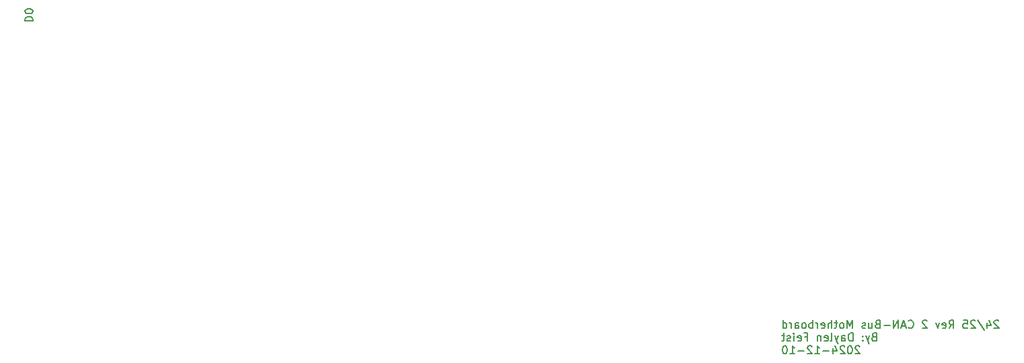
<source format=gbr>
%TF.GenerationSoftware,KiCad,Pcbnew,7.0.8*%
%TF.CreationDate,2024-12-10T03:26:12-06:00*%
%TF.ProjectId,CANBOARD_REV2,43414e42-4f41-4524-945f-524556322e6b,rev?*%
%TF.SameCoordinates,Original*%
%TF.FileFunction,Legend,Bot*%
%TF.FilePolarity,Positive*%
%FSLAX46Y46*%
G04 Gerber Fmt 4.6, Leading zero omitted, Abs format (unit mm)*
G04 Created by KiCad (PCBNEW 7.0.8) date 2024-12-10 03:26:12*
%MOMM*%
%LPD*%
G01*
G04 APERTURE LIST*
%ADD10C,0.150000*%
G04 APERTURE END LIST*
D10*
X253514639Y-110050057D02*
X253467020Y-110002438D01*
X253467020Y-110002438D02*
X253371782Y-109954819D01*
X253371782Y-109954819D02*
X253133687Y-109954819D01*
X253133687Y-109954819D02*
X253038449Y-110002438D01*
X253038449Y-110002438D02*
X252990830Y-110050057D01*
X252990830Y-110050057D02*
X252943211Y-110145295D01*
X252943211Y-110145295D02*
X252943211Y-110240533D01*
X252943211Y-110240533D02*
X252990830Y-110383390D01*
X252990830Y-110383390D02*
X253562258Y-110954819D01*
X253562258Y-110954819D02*
X252943211Y-110954819D01*
X252086068Y-110288152D02*
X252086068Y-110954819D01*
X252324163Y-109907200D02*
X252562258Y-110621485D01*
X252562258Y-110621485D02*
X251943211Y-110621485D01*
X250847973Y-109907200D02*
X251705115Y-111192914D01*
X250562258Y-110050057D02*
X250514639Y-110002438D01*
X250514639Y-110002438D02*
X250419401Y-109954819D01*
X250419401Y-109954819D02*
X250181306Y-109954819D01*
X250181306Y-109954819D02*
X250086068Y-110002438D01*
X250086068Y-110002438D02*
X250038449Y-110050057D01*
X250038449Y-110050057D02*
X249990830Y-110145295D01*
X249990830Y-110145295D02*
X249990830Y-110240533D01*
X249990830Y-110240533D02*
X250038449Y-110383390D01*
X250038449Y-110383390D02*
X250609877Y-110954819D01*
X250609877Y-110954819D02*
X249990830Y-110954819D01*
X249086068Y-109954819D02*
X249562258Y-109954819D01*
X249562258Y-109954819D02*
X249609877Y-110431009D01*
X249609877Y-110431009D02*
X249562258Y-110383390D01*
X249562258Y-110383390D02*
X249467020Y-110335771D01*
X249467020Y-110335771D02*
X249228925Y-110335771D01*
X249228925Y-110335771D02*
X249133687Y-110383390D01*
X249133687Y-110383390D02*
X249086068Y-110431009D01*
X249086068Y-110431009D02*
X249038449Y-110526247D01*
X249038449Y-110526247D02*
X249038449Y-110764342D01*
X249038449Y-110764342D02*
X249086068Y-110859580D01*
X249086068Y-110859580D02*
X249133687Y-110907200D01*
X249133687Y-110907200D02*
X249228925Y-110954819D01*
X249228925Y-110954819D02*
X249467020Y-110954819D01*
X249467020Y-110954819D02*
X249562258Y-110907200D01*
X249562258Y-110907200D02*
X249609877Y-110859580D01*
X247276544Y-110954819D02*
X247609877Y-110478628D01*
X247847972Y-110954819D02*
X247847972Y-109954819D01*
X247847972Y-109954819D02*
X247467020Y-109954819D01*
X247467020Y-109954819D02*
X247371782Y-110002438D01*
X247371782Y-110002438D02*
X247324163Y-110050057D01*
X247324163Y-110050057D02*
X247276544Y-110145295D01*
X247276544Y-110145295D02*
X247276544Y-110288152D01*
X247276544Y-110288152D02*
X247324163Y-110383390D01*
X247324163Y-110383390D02*
X247371782Y-110431009D01*
X247371782Y-110431009D02*
X247467020Y-110478628D01*
X247467020Y-110478628D02*
X247847972Y-110478628D01*
X246467020Y-110907200D02*
X246562258Y-110954819D01*
X246562258Y-110954819D02*
X246752734Y-110954819D01*
X246752734Y-110954819D02*
X246847972Y-110907200D01*
X246847972Y-110907200D02*
X246895591Y-110811961D01*
X246895591Y-110811961D02*
X246895591Y-110431009D01*
X246895591Y-110431009D02*
X246847972Y-110335771D01*
X246847972Y-110335771D02*
X246752734Y-110288152D01*
X246752734Y-110288152D02*
X246562258Y-110288152D01*
X246562258Y-110288152D02*
X246467020Y-110335771D01*
X246467020Y-110335771D02*
X246419401Y-110431009D01*
X246419401Y-110431009D02*
X246419401Y-110526247D01*
X246419401Y-110526247D02*
X246895591Y-110621485D01*
X246086067Y-110288152D02*
X245847972Y-110954819D01*
X245847972Y-110954819D02*
X245609877Y-110288152D01*
X244514638Y-110050057D02*
X244467019Y-110002438D01*
X244467019Y-110002438D02*
X244371781Y-109954819D01*
X244371781Y-109954819D02*
X244133686Y-109954819D01*
X244133686Y-109954819D02*
X244038448Y-110002438D01*
X244038448Y-110002438D02*
X243990829Y-110050057D01*
X243990829Y-110050057D02*
X243943210Y-110145295D01*
X243943210Y-110145295D02*
X243943210Y-110240533D01*
X243943210Y-110240533D02*
X243990829Y-110383390D01*
X243990829Y-110383390D02*
X244562257Y-110954819D01*
X244562257Y-110954819D02*
X243943210Y-110954819D01*
X242181305Y-110859580D02*
X242228924Y-110907200D01*
X242228924Y-110907200D02*
X242371781Y-110954819D01*
X242371781Y-110954819D02*
X242467019Y-110954819D01*
X242467019Y-110954819D02*
X242609876Y-110907200D01*
X242609876Y-110907200D02*
X242705114Y-110811961D01*
X242705114Y-110811961D02*
X242752733Y-110716723D01*
X242752733Y-110716723D02*
X242800352Y-110526247D01*
X242800352Y-110526247D02*
X242800352Y-110383390D01*
X242800352Y-110383390D02*
X242752733Y-110192914D01*
X242752733Y-110192914D02*
X242705114Y-110097676D01*
X242705114Y-110097676D02*
X242609876Y-110002438D01*
X242609876Y-110002438D02*
X242467019Y-109954819D01*
X242467019Y-109954819D02*
X242371781Y-109954819D01*
X242371781Y-109954819D02*
X242228924Y-110002438D01*
X242228924Y-110002438D02*
X242181305Y-110050057D01*
X241800352Y-110669104D02*
X241324162Y-110669104D01*
X241895590Y-110954819D02*
X241562257Y-109954819D01*
X241562257Y-109954819D02*
X241228924Y-110954819D01*
X240895590Y-110954819D02*
X240895590Y-109954819D01*
X240895590Y-109954819D02*
X240324162Y-110954819D01*
X240324162Y-110954819D02*
X240324162Y-109954819D01*
X239847971Y-110573866D02*
X239086067Y-110573866D01*
X238276543Y-110431009D02*
X238133686Y-110478628D01*
X238133686Y-110478628D02*
X238086067Y-110526247D01*
X238086067Y-110526247D02*
X238038448Y-110621485D01*
X238038448Y-110621485D02*
X238038448Y-110764342D01*
X238038448Y-110764342D02*
X238086067Y-110859580D01*
X238086067Y-110859580D02*
X238133686Y-110907200D01*
X238133686Y-110907200D02*
X238228924Y-110954819D01*
X238228924Y-110954819D02*
X238609876Y-110954819D01*
X238609876Y-110954819D02*
X238609876Y-109954819D01*
X238609876Y-109954819D02*
X238276543Y-109954819D01*
X238276543Y-109954819D02*
X238181305Y-110002438D01*
X238181305Y-110002438D02*
X238133686Y-110050057D01*
X238133686Y-110050057D02*
X238086067Y-110145295D01*
X238086067Y-110145295D02*
X238086067Y-110240533D01*
X238086067Y-110240533D02*
X238133686Y-110335771D01*
X238133686Y-110335771D02*
X238181305Y-110383390D01*
X238181305Y-110383390D02*
X238276543Y-110431009D01*
X238276543Y-110431009D02*
X238609876Y-110431009D01*
X237181305Y-110288152D02*
X237181305Y-110954819D01*
X237609876Y-110288152D02*
X237609876Y-110811961D01*
X237609876Y-110811961D02*
X237562257Y-110907200D01*
X237562257Y-110907200D02*
X237467019Y-110954819D01*
X237467019Y-110954819D02*
X237324162Y-110954819D01*
X237324162Y-110954819D02*
X237228924Y-110907200D01*
X237228924Y-110907200D02*
X237181305Y-110859580D01*
X236752733Y-110907200D02*
X236657495Y-110954819D01*
X236657495Y-110954819D02*
X236467019Y-110954819D01*
X236467019Y-110954819D02*
X236371781Y-110907200D01*
X236371781Y-110907200D02*
X236324162Y-110811961D01*
X236324162Y-110811961D02*
X236324162Y-110764342D01*
X236324162Y-110764342D02*
X236371781Y-110669104D01*
X236371781Y-110669104D02*
X236467019Y-110621485D01*
X236467019Y-110621485D02*
X236609876Y-110621485D01*
X236609876Y-110621485D02*
X236705114Y-110573866D01*
X236705114Y-110573866D02*
X236752733Y-110478628D01*
X236752733Y-110478628D02*
X236752733Y-110431009D01*
X236752733Y-110431009D02*
X236705114Y-110335771D01*
X236705114Y-110335771D02*
X236609876Y-110288152D01*
X236609876Y-110288152D02*
X236467019Y-110288152D01*
X236467019Y-110288152D02*
X236371781Y-110335771D01*
X235133685Y-110954819D02*
X235133685Y-109954819D01*
X235133685Y-109954819D02*
X234800352Y-110669104D01*
X234800352Y-110669104D02*
X234467019Y-109954819D01*
X234467019Y-109954819D02*
X234467019Y-110954819D01*
X233847971Y-110954819D02*
X233943209Y-110907200D01*
X233943209Y-110907200D02*
X233990828Y-110859580D01*
X233990828Y-110859580D02*
X234038447Y-110764342D01*
X234038447Y-110764342D02*
X234038447Y-110478628D01*
X234038447Y-110478628D02*
X233990828Y-110383390D01*
X233990828Y-110383390D02*
X233943209Y-110335771D01*
X233943209Y-110335771D02*
X233847971Y-110288152D01*
X233847971Y-110288152D02*
X233705114Y-110288152D01*
X233705114Y-110288152D02*
X233609876Y-110335771D01*
X233609876Y-110335771D02*
X233562257Y-110383390D01*
X233562257Y-110383390D02*
X233514638Y-110478628D01*
X233514638Y-110478628D02*
X233514638Y-110764342D01*
X233514638Y-110764342D02*
X233562257Y-110859580D01*
X233562257Y-110859580D02*
X233609876Y-110907200D01*
X233609876Y-110907200D02*
X233705114Y-110954819D01*
X233705114Y-110954819D02*
X233847971Y-110954819D01*
X233228923Y-110288152D02*
X232847971Y-110288152D01*
X233086066Y-109954819D02*
X233086066Y-110811961D01*
X233086066Y-110811961D02*
X233038447Y-110907200D01*
X233038447Y-110907200D02*
X232943209Y-110954819D01*
X232943209Y-110954819D02*
X232847971Y-110954819D01*
X232514637Y-110954819D02*
X232514637Y-109954819D01*
X232086066Y-110954819D02*
X232086066Y-110431009D01*
X232086066Y-110431009D02*
X232133685Y-110335771D01*
X232133685Y-110335771D02*
X232228923Y-110288152D01*
X232228923Y-110288152D02*
X232371780Y-110288152D01*
X232371780Y-110288152D02*
X232467018Y-110335771D01*
X232467018Y-110335771D02*
X232514637Y-110383390D01*
X231228923Y-110907200D02*
X231324161Y-110954819D01*
X231324161Y-110954819D02*
X231514637Y-110954819D01*
X231514637Y-110954819D02*
X231609875Y-110907200D01*
X231609875Y-110907200D02*
X231657494Y-110811961D01*
X231657494Y-110811961D02*
X231657494Y-110431009D01*
X231657494Y-110431009D02*
X231609875Y-110335771D01*
X231609875Y-110335771D02*
X231514637Y-110288152D01*
X231514637Y-110288152D02*
X231324161Y-110288152D01*
X231324161Y-110288152D02*
X231228923Y-110335771D01*
X231228923Y-110335771D02*
X231181304Y-110431009D01*
X231181304Y-110431009D02*
X231181304Y-110526247D01*
X231181304Y-110526247D02*
X231657494Y-110621485D01*
X230752732Y-110954819D02*
X230752732Y-110288152D01*
X230752732Y-110478628D02*
X230705113Y-110383390D01*
X230705113Y-110383390D02*
X230657494Y-110335771D01*
X230657494Y-110335771D02*
X230562256Y-110288152D01*
X230562256Y-110288152D02*
X230467018Y-110288152D01*
X230133684Y-110954819D02*
X230133684Y-109954819D01*
X230133684Y-110335771D02*
X230038446Y-110288152D01*
X230038446Y-110288152D02*
X229847970Y-110288152D01*
X229847970Y-110288152D02*
X229752732Y-110335771D01*
X229752732Y-110335771D02*
X229705113Y-110383390D01*
X229705113Y-110383390D02*
X229657494Y-110478628D01*
X229657494Y-110478628D02*
X229657494Y-110764342D01*
X229657494Y-110764342D02*
X229705113Y-110859580D01*
X229705113Y-110859580D02*
X229752732Y-110907200D01*
X229752732Y-110907200D02*
X229847970Y-110954819D01*
X229847970Y-110954819D02*
X230038446Y-110954819D01*
X230038446Y-110954819D02*
X230133684Y-110907200D01*
X229086065Y-110954819D02*
X229181303Y-110907200D01*
X229181303Y-110907200D02*
X229228922Y-110859580D01*
X229228922Y-110859580D02*
X229276541Y-110764342D01*
X229276541Y-110764342D02*
X229276541Y-110478628D01*
X229276541Y-110478628D02*
X229228922Y-110383390D01*
X229228922Y-110383390D02*
X229181303Y-110335771D01*
X229181303Y-110335771D02*
X229086065Y-110288152D01*
X229086065Y-110288152D02*
X228943208Y-110288152D01*
X228943208Y-110288152D02*
X228847970Y-110335771D01*
X228847970Y-110335771D02*
X228800351Y-110383390D01*
X228800351Y-110383390D02*
X228752732Y-110478628D01*
X228752732Y-110478628D02*
X228752732Y-110764342D01*
X228752732Y-110764342D02*
X228800351Y-110859580D01*
X228800351Y-110859580D02*
X228847970Y-110907200D01*
X228847970Y-110907200D02*
X228943208Y-110954819D01*
X228943208Y-110954819D02*
X229086065Y-110954819D01*
X227895589Y-110954819D02*
X227895589Y-110431009D01*
X227895589Y-110431009D02*
X227943208Y-110335771D01*
X227943208Y-110335771D02*
X228038446Y-110288152D01*
X228038446Y-110288152D02*
X228228922Y-110288152D01*
X228228922Y-110288152D02*
X228324160Y-110335771D01*
X227895589Y-110907200D02*
X227990827Y-110954819D01*
X227990827Y-110954819D02*
X228228922Y-110954819D01*
X228228922Y-110954819D02*
X228324160Y-110907200D01*
X228324160Y-110907200D02*
X228371779Y-110811961D01*
X228371779Y-110811961D02*
X228371779Y-110716723D01*
X228371779Y-110716723D02*
X228324160Y-110621485D01*
X228324160Y-110621485D02*
X228228922Y-110573866D01*
X228228922Y-110573866D02*
X227990827Y-110573866D01*
X227990827Y-110573866D02*
X227895589Y-110526247D01*
X227419398Y-110954819D02*
X227419398Y-110288152D01*
X227419398Y-110478628D02*
X227371779Y-110383390D01*
X227371779Y-110383390D02*
X227324160Y-110335771D01*
X227324160Y-110335771D02*
X227228922Y-110288152D01*
X227228922Y-110288152D02*
X227133684Y-110288152D01*
X226371779Y-110954819D02*
X226371779Y-109954819D01*
X226371779Y-110907200D02*
X226467017Y-110954819D01*
X226467017Y-110954819D02*
X226657493Y-110954819D01*
X226657493Y-110954819D02*
X226752731Y-110907200D01*
X226752731Y-110907200D02*
X226800350Y-110859580D01*
X226800350Y-110859580D02*
X226847969Y-110764342D01*
X226847969Y-110764342D02*
X226847969Y-110478628D01*
X226847969Y-110478628D02*
X226800350Y-110383390D01*
X226800350Y-110383390D02*
X226752731Y-110335771D01*
X226752731Y-110335771D02*
X226657493Y-110288152D01*
X226657493Y-110288152D02*
X226467017Y-110288152D01*
X226467017Y-110288152D02*
X226371779Y-110335771D01*
X237847971Y-112041009D02*
X237705114Y-112088628D01*
X237705114Y-112088628D02*
X237657495Y-112136247D01*
X237657495Y-112136247D02*
X237609876Y-112231485D01*
X237609876Y-112231485D02*
X237609876Y-112374342D01*
X237609876Y-112374342D02*
X237657495Y-112469580D01*
X237657495Y-112469580D02*
X237705114Y-112517200D01*
X237705114Y-112517200D02*
X237800352Y-112564819D01*
X237800352Y-112564819D02*
X238181304Y-112564819D01*
X238181304Y-112564819D02*
X238181304Y-111564819D01*
X238181304Y-111564819D02*
X237847971Y-111564819D01*
X237847971Y-111564819D02*
X237752733Y-111612438D01*
X237752733Y-111612438D02*
X237705114Y-111660057D01*
X237705114Y-111660057D02*
X237657495Y-111755295D01*
X237657495Y-111755295D02*
X237657495Y-111850533D01*
X237657495Y-111850533D02*
X237705114Y-111945771D01*
X237705114Y-111945771D02*
X237752733Y-111993390D01*
X237752733Y-111993390D02*
X237847971Y-112041009D01*
X237847971Y-112041009D02*
X238181304Y-112041009D01*
X237276542Y-111898152D02*
X237038447Y-112564819D01*
X236800352Y-111898152D02*
X237038447Y-112564819D01*
X237038447Y-112564819D02*
X237133685Y-112802914D01*
X237133685Y-112802914D02*
X237181304Y-112850533D01*
X237181304Y-112850533D02*
X237276542Y-112898152D01*
X236419399Y-112469580D02*
X236371780Y-112517200D01*
X236371780Y-112517200D02*
X236419399Y-112564819D01*
X236419399Y-112564819D02*
X236467018Y-112517200D01*
X236467018Y-112517200D02*
X236419399Y-112469580D01*
X236419399Y-112469580D02*
X236419399Y-112564819D01*
X236419399Y-111945771D02*
X236371780Y-111993390D01*
X236371780Y-111993390D02*
X236419399Y-112041009D01*
X236419399Y-112041009D02*
X236467018Y-111993390D01*
X236467018Y-111993390D02*
X236419399Y-111945771D01*
X236419399Y-111945771D02*
X236419399Y-112041009D01*
X235181304Y-112564819D02*
X235181304Y-111564819D01*
X235181304Y-111564819D02*
X234943209Y-111564819D01*
X234943209Y-111564819D02*
X234800352Y-111612438D01*
X234800352Y-111612438D02*
X234705114Y-111707676D01*
X234705114Y-111707676D02*
X234657495Y-111802914D01*
X234657495Y-111802914D02*
X234609876Y-111993390D01*
X234609876Y-111993390D02*
X234609876Y-112136247D01*
X234609876Y-112136247D02*
X234657495Y-112326723D01*
X234657495Y-112326723D02*
X234705114Y-112421961D01*
X234705114Y-112421961D02*
X234800352Y-112517200D01*
X234800352Y-112517200D02*
X234943209Y-112564819D01*
X234943209Y-112564819D02*
X235181304Y-112564819D01*
X233752733Y-112564819D02*
X233752733Y-112041009D01*
X233752733Y-112041009D02*
X233800352Y-111945771D01*
X233800352Y-111945771D02*
X233895590Y-111898152D01*
X233895590Y-111898152D02*
X234086066Y-111898152D01*
X234086066Y-111898152D02*
X234181304Y-111945771D01*
X233752733Y-112517200D02*
X233847971Y-112564819D01*
X233847971Y-112564819D02*
X234086066Y-112564819D01*
X234086066Y-112564819D02*
X234181304Y-112517200D01*
X234181304Y-112517200D02*
X234228923Y-112421961D01*
X234228923Y-112421961D02*
X234228923Y-112326723D01*
X234228923Y-112326723D02*
X234181304Y-112231485D01*
X234181304Y-112231485D02*
X234086066Y-112183866D01*
X234086066Y-112183866D02*
X233847971Y-112183866D01*
X233847971Y-112183866D02*
X233752733Y-112136247D01*
X233371780Y-111898152D02*
X233133685Y-112564819D01*
X232895590Y-111898152D02*
X233133685Y-112564819D01*
X233133685Y-112564819D02*
X233228923Y-112802914D01*
X233228923Y-112802914D02*
X233276542Y-112850533D01*
X233276542Y-112850533D02*
X233371780Y-112898152D01*
X232371780Y-112564819D02*
X232467018Y-112517200D01*
X232467018Y-112517200D02*
X232514637Y-112421961D01*
X232514637Y-112421961D02*
X232514637Y-111564819D01*
X231609875Y-112517200D02*
X231705113Y-112564819D01*
X231705113Y-112564819D02*
X231895589Y-112564819D01*
X231895589Y-112564819D02*
X231990827Y-112517200D01*
X231990827Y-112517200D02*
X232038446Y-112421961D01*
X232038446Y-112421961D02*
X232038446Y-112041009D01*
X232038446Y-112041009D02*
X231990827Y-111945771D01*
X231990827Y-111945771D02*
X231895589Y-111898152D01*
X231895589Y-111898152D02*
X231705113Y-111898152D01*
X231705113Y-111898152D02*
X231609875Y-111945771D01*
X231609875Y-111945771D02*
X231562256Y-112041009D01*
X231562256Y-112041009D02*
X231562256Y-112136247D01*
X231562256Y-112136247D02*
X232038446Y-112231485D01*
X231133684Y-111898152D02*
X231133684Y-112564819D01*
X231133684Y-111993390D02*
X231086065Y-111945771D01*
X231086065Y-111945771D02*
X230990827Y-111898152D01*
X230990827Y-111898152D02*
X230847970Y-111898152D01*
X230847970Y-111898152D02*
X230752732Y-111945771D01*
X230752732Y-111945771D02*
X230705113Y-112041009D01*
X230705113Y-112041009D02*
X230705113Y-112564819D01*
X229133684Y-112041009D02*
X229467017Y-112041009D01*
X229467017Y-112564819D02*
X229467017Y-111564819D01*
X229467017Y-111564819D02*
X228990827Y-111564819D01*
X228228922Y-112517200D02*
X228324160Y-112564819D01*
X228324160Y-112564819D02*
X228514636Y-112564819D01*
X228514636Y-112564819D02*
X228609874Y-112517200D01*
X228609874Y-112517200D02*
X228657493Y-112421961D01*
X228657493Y-112421961D02*
X228657493Y-112041009D01*
X228657493Y-112041009D02*
X228609874Y-111945771D01*
X228609874Y-111945771D02*
X228514636Y-111898152D01*
X228514636Y-111898152D02*
X228324160Y-111898152D01*
X228324160Y-111898152D02*
X228228922Y-111945771D01*
X228228922Y-111945771D02*
X228181303Y-112041009D01*
X228181303Y-112041009D02*
X228181303Y-112136247D01*
X228181303Y-112136247D02*
X228657493Y-112231485D01*
X227752731Y-112564819D02*
X227752731Y-111898152D01*
X227752731Y-111564819D02*
X227800350Y-111612438D01*
X227800350Y-111612438D02*
X227752731Y-111660057D01*
X227752731Y-111660057D02*
X227705112Y-111612438D01*
X227705112Y-111612438D02*
X227752731Y-111564819D01*
X227752731Y-111564819D02*
X227752731Y-111660057D01*
X227324160Y-112517200D02*
X227228922Y-112564819D01*
X227228922Y-112564819D02*
X227038446Y-112564819D01*
X227038446Y-112564819D02*
X226943208Y-112517200D01*
X226943208Y-112517200D02*
X226895589Y-112421961D01*
X226895589Y-112421961D02*
X226895589Y-112374342D01*
X226895589Y-112374342D02*
X226943208Y-112279104D01*
X226943208Y-112279104D02*
X227038446Y-112231485D01*
X227038446Y-112231485D02*
X227181303Y-112231485D01*
X227181303Y-112231485D02*
X227276541Y-112183866D01*
X227276541Y-112183866D02*
X227324160Y-112088628D01*
X227324160Y-112088628D02*
X227324160Y-112041009D01*
X227324160Y-112041009D02*
X227276541Y-111945771D01*
X227276541Y-111945771D02*
X227181303Y-111898152D01*
X227181303Y-111898152D02*
X227038446Y-111898152D01*
X227038446Y-111898152D02*
X226943208Y-111945771D01*
X226609874Y-111898152D02*
X226228922Y-111898152D01*
X226467017Y-111564819D02*
X226467017Y-112421961D01*
X226467017Y-112421961D02*
X226419398Y-112517200D01*
X226419398Y-112517200D02*
X226324160Y-112564819D01*
X226324160Y-112564819D02*
X226228922Y-112564819D01*
X236038445Y-113270057D02*
X235990826Y-113222438D01*
X235990826Y-113222438D02*
X235895588Y-113174819D01*
X235895588Y-113174819D02*
X235657493Y-113174819D01*
X235657493Y-113174819D02*
X235562255Y-113222438D01*
X235562255Y-113222438D02*
X235514636Y-113270057D01*
X235514636Y-113270057D02*
X235467017Y-113365295D01*
X235467017Y-113365295D02*
X235467017Y-113460533D01*
X235467017Y-113460533D02*
X235514636Y-113603390D01*
X235514636Y-113603390D02*
X236086064Y-114174819D01*
X236086064Y-114174819D02*
X235467017Y-114174819D01*
X234847969Y-113174819D02*
X234752731Y-113174819D01*
X234752731Y-113174819D02*
X234657493Y-113222438D01*
X234657493Y-113222438D02*
X234609874Y-113270057D01*
X234609874Y-113270057D02*
X234562255Y-113365295D01*
X234562255Y-113365295D02*
X234514636Y-113555771D01*
X234514636Y-113555771D02*
X234514636Y-113793866D01*
X234514636Y-113793866D02*
X234562255Y-113984342D01*
X234562255Y-113984342D02*
X234609874Y-114079580D01*
X234609874Y-114079580D02*
X234657493Y-114127200D01*
X234657493Y-114127200D02*
X234752731Y-114174819D01*
X234752731Y-114174819D02*
X234847969Y-114174819D01*
X234847969Y-114174819D02*
X234943207Y-114127200D01*
X234943207Y-114127200D02*
X234990826Y-114079580D01*
X234990826Y-114079580D02*
X235038445Y-113984342D01*
X235038445Y-113984342D02*
X235086064Y-113793866D01*
X235086064Y-113793866D02*
X235086064Y-113555771D01*
X235086064Y-113555771D02*
X235038445Y-113365295D01*
X235038445Y-113365295D02*
X234990826Y-113270057D01*
X234990826Y-113270057D02*
X234943207Y-113222438D01*
X234943207Y-113222438D02*
X234847969Y-113174819D01*
X234133683Y-113270057D02*
X234086064Y-113222438D01*
X234086064Y-113222438D02*
X233990826Y-113174819D01*
X233990826Y-113174819D02*
X233752731Y-113174819D01*
X233752731Y-113174819D02*
X233657493Y-113222438D01*
X233657493Y-113222438D02*
X233609874Y-113270057D01*
X233609874Y-113270057D02*
X233562255Y-113365295D01*
X233562255Y-113365295D02*
X233562255Y-113460533D01*
X233562255Y-113460533D02*
X233609874Y-113603390D01*
X233609874Y-113603390D02*
X234181302Y-114174819D01*
X234181302Y-114174819D02*
X233562255Y-114174819D01*
X232705112Y-113508152D02*
X232705112Y-114174819D01*
X232943207Y-113127200D02*
X233181302Y-113841485D01*
X233181302Y-113841485D02*
X232562255Y-113841485D01*
X232181302Y-113793866D02*
X231419398Y-113793866D01*
X230419398Y-114174819D02*
X230990826Y-114174819D01*
X230705112Y-114174819D02*
X230705112Y-113174819D01*
X230705112Y-113174819D02*
X230800350Y-113317676D01*
X230800350Y-113317676D02*
X230895588Y-113412914D01*
X230895588Y-113412914D02*
X230990826Y-113460533D01*
X230038445Y-113270057D02*
X229990826Y-113222438D01*
X229990826Y-113222438D02*
X229895588Y-113174819D01*
X229895588Y-113174819D02*
X229657493Y-113174819D01*
X229657493Y-113174819D02*
X229562255Y-113222438D01*
X229562255Y-113222438D02*
X229514636Y-113270057D01*
X229514636Y-113270057D02*
X229467017Y-113365295D01*
X229467017Y-113365295D02*
X229467017Y-113460533D01*
X229467017Y-113460533D02*
X229514636Y-113603390D01*
X229514636Y-113603390D02*
X230086064Y-114174819D01*
X230086064Y-114174819D02*
X229467017Y-114174819D01*
X229038445Y-113793866D02*
X228276541Y-113793866D01*
X227276541Y-114174819D02*
X227847969Y-114174819D01*
X227562255Y-114174819D02*
X227562255Y-113174819D01*
X227562255Y-113174819D02*
X227657493Y-113317676D01*
X227657493Y-113317676D02*
X227752731Y-113412914D01*
X227752731Y-113412914D02*
X227847969Y-113460533D01*
X226657493Y-113174819D02*
X226562255Y-113174819D01*
X226562255Y-113174819D02*
X226467017Y-113222438D01*
X226467017Y-113222438D02*
X226419398Y-113270057D01*
X226419398Y-113270057D02*
X226371779Y-113365295D01*
X226371779Y-113365295D02*
X226324160Y-113555771D01*
X226324160Y-113555771D02*
X226324160Y-113793866D01*
X226324160Y-113793866D02*
X226371779Y-113984342D01*
X226371779Y-113984342D02*
X226419398Y-114079580D01*
X226419398Y-114079580D02*
X226467017Y-114127200D01*
X226467017Y-114127200D02*
X226562255Y-114174819D01*
X226562255Y-114174819D02*
X226657493Y-114174819D01*
X226657493Y-114174819D02*
X226752731Y-114127200D01*
X226752731Y-114127200D02*
X226800350Y-114079580D01*
X226800350Y-114079580D02*
X226847969Y-113984342D01*
X226847969Y-113984342D02*
X226895588Y-113793866D01*
X226895588Y-113793866D02*
X226895588Y-113555771D01*
X226895588Y-113555771D02*
X226847969Y-113365295D01*
X226847969Y-113365295D02*
X226800350Y-113270057D01*
X226800350Y-113270057D02*
X226752731Y-113222438D01*
X226752731Y-113222438D02*
X226657493Y-113174819D01*
X130995180Y-72198094D02*
X131995180Y-72198094D01*
X131995180Y-72198094D02*
X131995180Y-71959999D01*
X131995180Y-71959999D02*
X131947561Y-71817142D01*
X131947561Y-71817142D02*
X131852323Y-71721904D01*
X131852323Y-71721904D02*
X131757085Y-71674285D01*
X131757085Y-71674285D02*
X131566609Y-71626666D01*
X131566609Y-71626666D02*
X131423752Y-71626666D01*
X131423752Y-71626666D02*
X131233276Y-71674285D01*
X131233276Y-71674285D02*
X131138038Y-71721904D01*
X131138038Y-71721904D02*
X131042800Y-71817142D01*
X131042800Y-71817142D02*
X130995180Y-71959999D01*
X130995180Y-71959999D02*
X130995180Y-72198094D01*
X131995180Y-71007618D02*
X131995180Y-70912380D01*
X131995180Y-70912380D02*
X131947561Y-70817142D01*
X131947561Y-70817142D02*
X131899942Y-70769523D01*
X131899942Y-70769523D02*
X131804704Y-70721904D01*
X131804704Y-70721904D02*
X131614228Y-70674285D01*
X131614228Y-70674285D02*
X131376133Y-70674285D01*
X131376133Y-70674285D02*
X131185657Y-70721904D01*
X131185657Y-70721904D02*
X131090419Y-70769523D01*
X131090419Y-70769523D02*
X131042800Y-70817142D01*
X131042800Y-70817142D02*
X130995180Y-70912380D01*
X130995180Y-70912380D02*
X130995180Y-71007618D01*
X130995180Y-71007618D02*
X131042800Y-71102856D01*
X131042800Y-71102856D02*
X131090419Y-71150475D01*
X131090419Y-71150475D02*
X131185657Y-71198094D01*
X131185657Y-71198094D02*
X131376133Y-71245713D01*
X131376133Y-71245713D02*
X131614228Y-71245713D01*
X131614228Y-71245713D02*
X131804704Y-71198094D01*
X131804704Y-71198094D02*
X131899942Y-71150475D01*
X131899942Y-71150475D02*
X131947561Y-71102856D01*
X131947561Y-71102856D02*
X131995180Y-71007618D01*
M02*

</source>
